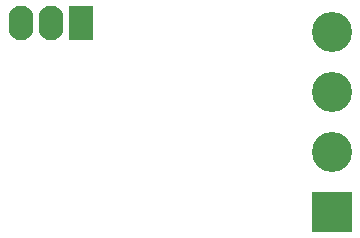
<source format=gbr>
G04 #@! TF.GenerationSoftware,KiCad,Pcbnew,5.0.0-fee4fd1~66~ubuntu18.04.1*
G04 #@! TF.CreationDate,2018-10-07T19:31:30+08:00*
G04 #@! TF.ProjectId,ws2812-stm32-interface,7773323831322D73746D33322D696E74,rev?*
G04 #@! TF.SameCoordinates,Original*
G04 #@! TF.FileFunction,Soldermask,Bot*
G04 #@! TF.FilePolarity,Negative*
%FSLAX46Y46*%
G04 Gerber Fmt 4.6, Leading zero omitted, Abs format (unit mm)*
G04 Created by KiCad (PCBNEW 5.0.0-fee4fd1~66~ubuntu18.04.1) date Sun Oct  7 19:31:30 2018*
%MOMM*%
%LPD*%
G01*
G04 APERTURE LIST*
%ADD10C,3.400000*%
%ADD11R,3.400000X3.400000*%
%ADD12O,2.100000X2.940000*%
%ADD13R,2.100000X2.900000*%
G04 APERTURE END LIST*
D10*
G04 #@! TO.C,J2*
X48250000Y-15760000D03*
D11*
X48250000Y-31000000D03*
D10*
X48250000Y-20840000D03*
X48250000Y-25920000D03*
G04 #@! TD*
D12*
G04 #@! TO.C,J1*
X21920000Y-15000000D03*
X24460000Y-15000000D03*
D13*
X27000000Y-15000000D03*
G04 #@! TD*
M02*

</source>
